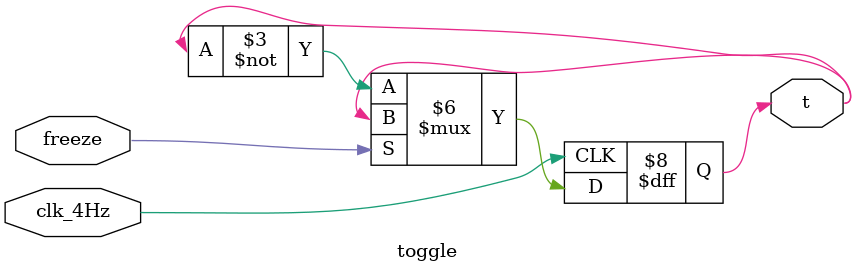
<source format=v>
module toggle(clk_4Hz,freeze,t);
input wire clk_4Hz;
input wire freeze;
output reg t=1'b0;
always @(posedge clk_4Hz) begin
    if (!freeze) begin
        t <= ~t;
    end
    else t<=t;// When freeze is asserted, 't' retains its value implicitly
end
endmodule

</source>
